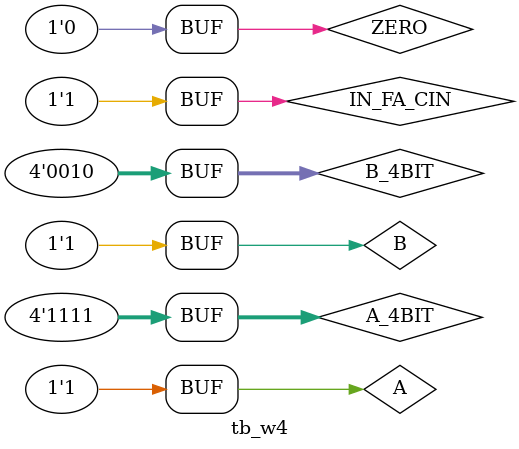
<source format=v>
`timescale 1ns/1ns

module tb_w4;
	reg A, B;

	//input for full adders
	reg IN_FA_CIN;
 
	//output for half adders
	wire OUT_HA_D_SUM, OUT_HA_D_CARRY; //dataflow modeling
	wire OUT_HA_B_SUM, OUT_HA_B_CARRY; //behavioral modeling
	wire OUT_HA_G_SUM, OUT_HA_G_CARRY; //gate-level modeling

	//wires for full adders
	wire OUT_FA_B_SUM, OUT_FA_B_COUT; //behavioral modeling
	wire OUT_FA_D_SUM, OUT_FA_D_COUT; //dataflow modeling
	wire OUT_FA_G_SUM, OUT_FA_G_COUT; //gate-level modeling

	//input for four bit full adder
	reg [3:0] A_4BIT, B_4BIT; // this line is input of the 4_bit full adder
	reg ZERO; // 4-bit first carry in is always 0
	
	//output for four bit full adder
	wire [3:0] OUT_FA_SUM; // this line is sum of the A_4Bit and B_4Bit
	wire OUT_FA_COUT; //the outcome is 1 when overflow occures
	
	
	half_adder_dataflow_module half_adder_dataflow(.a(A), .b(B), .sum(OUT_HA_D_SUM), .carry(OUT_HA_D_CARRY));
	half_adder_behavioral_module half_adder_behavioral(.a(A), .b(B), .sum(OUT_HA_B_SUM), .carry(OUT_HA_B_CARRY));
	half_adder_gatelevel_module half_adder_gatelevel(.a(A), .b(B), .sum(OUT_HA_G_SUM), .carry(OUT_HA_G_CARRY));

	full_adder_behavioral_module full_adder_behavioral(.a(A), .b(B), .cin(IN_FA_CIN), .sum(OUT_FA_B_SUM), .cout(OUT_FA_B_COUT));
	full_adder_dataflow_module full_adder_dataflow(.a(A), .b(B), .cin(IN_FA_CIN), .sum(OUT_FA_D_SUM), .cout(OUT_FA_D_COUT));
	full_adder_gatelevel_module full_adder_gatelevel(.a(A), .b(B), .cin(IN_FA_CIN), .sum(OUT_FA_G_SUM), .cout(OUT_FA_G_COUT));

	four_bit_full_adder_module four_bit_full_adder (.a(A_4BIT), .b(B_4BIT), .cin(ZERO), .sum(OUT_FA_SUM), .cout(OUT_FA_COUT));

 	initial 
	begin
		 A = 1'b0; B = 1'b0; IN_FA_CIN = 1'b0; ZERO = 1'b0; 
		 #10 A = 1'b0; B = 1'b0; IN_FA_CIN = 1'b1; 
		 #10 A = 1'b0; B = 1'b1; IN_FA_CIN = 1'b0; 
	         #10 A = 1'b0; B = 1'b1; IN_FA_CIN = 1'b1;		
		 #10 A = 1'b1; B = 1'b0; IN_FA_CIN = 1'b0;
		 #10 A = 1'b1; B = 1'b0; IN_FA_CIN = 1'b1;
		 #10 A = 1'b1; B = 1'b1; IN_FA_CIN = 1'b0;
	         #10 A = 1'b1; B = 1'b1; IN_FA_CIN = 1'b1;
	end
	initial 
	begin
		 A_4BIT = 4'b0000; B_4BIT = 4'b0000; // 4 Bit full adder test plan that makes outcomes generalized
		 #10 A_4BIT = 4'b1000; B_4BIT = 4'b1000; 
		 #10 A_4BIT = 4'b0000; B_4BIT = 4'b0001;
	         #10 A_4BIT = 4'b0001; B_4BIT = 4'b0000;
		 #10 A_4BIT = 4'b0001; B_4BIT = 4'b0001; 
		 #10 A_4BIT = 4'b1111; B_4BIT = 4'b0010;  
	end
endmodule
</source>
